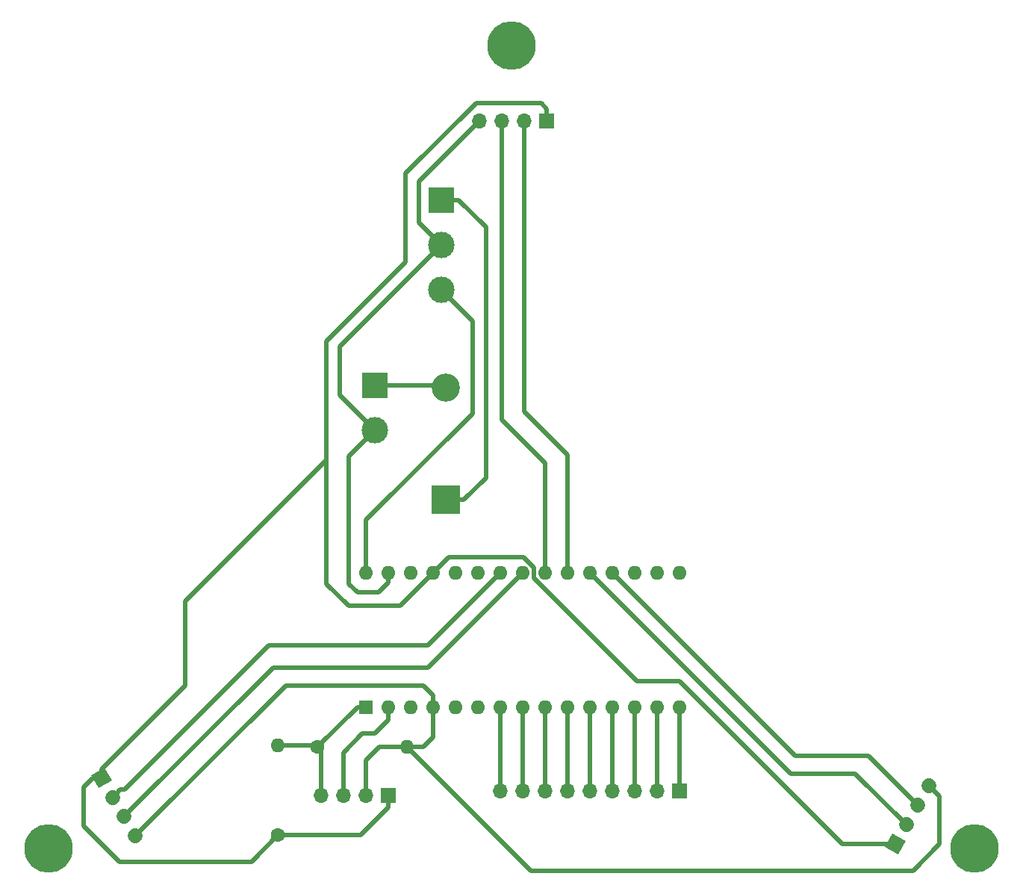
<source format=gbr>
G04 #@! TF.GenerationSoftware,KiCad,Pcbnew,5.1.5+dfsg1-2build2*
G04 #@! TF.CreationDate,2022-03-22T13:14:10-03:00*
G04 #@! TF.ProjectId,Robot3WD,526f626f-7433-4574-942e-6b696361645f,rev?*
G04 #@! TF.SameCoordinates,Original*
G04 #@! TF.FileFunction,Copper,L2,Bot*
G04 #@! TF.FilePolarity,Positive*
%FSLAX46Y46*%
G04 Gerber Fmt 4.6, Leading zero omitted, Abs format (unit mm)*
G04 Created by KiCad (PCBNEW 5.1.5+dfsg1-2build2) date 2022-03-22 13:14:10*
%MOMM*%
%LPD*%
G04 APERTURE LIST*
%ADD10R,3.200000X3.200000*%
%ADD11O,3.200000X3.200000*%
%ADD12R,1.600000X1.600000*%
%ADD13O,1.600000X1.600000*%
%ADD14R,3.000000X3.000000*%
%ADD15C,3.000000*%
%ADD16C,0.100000*%
%ADD17C,1.700000*%
%ADD18O,1.700000X1.700000*%
%ADD19R,1.700000X1.700000*%
%ADD20C,1.600000*%
%ADD21C,5.500000*%
%ADD22C,0.500000*%
G04 APERTURE END LIST*
D10*
X95000000Y-103500000D03*
D11*
X95000000Y-90800000D03*
D12*
X86000000Y-127000000D03*
D13*
X119020000Y-111760000D03*
X88540000Y-127000000D03*
X116480000Y-111760000D03*
X91080000Y-127000000D03*
X113940000Y-111760000D03*
X93620000Y-127000000D03*
X111400000Y-111760000D03*
X96160000Y-127000000D03*
X108860000Y-111760000D03*
X98700000Y-127000000D03*
X106320000Y-111760000D03*
X101240000Y-127000000D03*
X103780000Y-111760000D03*
X103780000Y-127000000D03*
X101240000Y-111760000D03*
X106320000Y-127000000D03*
X98700000Y-111760000D03*
X108860000Y-127000000D03*
X96160000Y-111760000D03*
X111400000Y-127000000D03*
X93620000Y-111760000D03*
X113940000Y-127000000D03*
X91080000Y-111760000D03*
X116480000Y-127000000D03*
X88540000Y-111760000D03*
X119020000Y-127000000D03*
X86000000Y-111760000D03*
X121560000Y-127000000D03*
X121560000Y-111760000D03*
D14*
X87000000Y-90500000D03*
D15*
X87000000Y-95580000D03*
G04 #@! TA.AperFunction,ComponentPad*
D16*
G36*
X55688878Y-136161122D02*
G01*
X54838878Y-134688878D01*
X56311122Y-133838878D01*
X57161122Y-135311122D01*
X55688878Y-136161122D01*
G37*
G04 #@! TD.AperFunction*
D17*
X57270000Y-137199705D02*
X57270000Y-137199705D01*
X58540000Y-139399409D02*
X58540000Y-139399409D01*
X59810000Y-141599114D02*
X59810000Y-141599114D01*
D18*
X98880000Y-60500000D03*
X101420000Y-60500000D03*
X103960000Y-60500000D03*
D19*
X106500000Y-60500000D03*
G04 #@! TA.AperFunction,ComponentPad*
D16*
G36*
X147161122Y-142188878D02*
G01*
X146311122Y-143661122D01*
X144838878Y-142811122D01*
X145688878Y-141338878D01*
X147161122Y-142188878D01*
G37*
G04 #@! TD.AperFunction*
D17*
X147270000Y-140300295D02*
X147270000Y-140300295D01*
X148540000Y-138100591D02*
X148540000Y-138100591D01*
X149810000Y-135900886D02*
X149810000Y-135900886D01*
D19*
X121500000Y-136500000D03*
D18*
X118960000Y-136500000D03*
X116420000Y-136500000D03*
X113880000Y-136500000D03*
X111340000Y-136500000D03*
X108800000Y-136500000D03*
X106260000Y-136500000D03*
X103720000Y-136500000D03*
X101180000Y-136500000D03*
D19*
X88500000Y-137000000D03*
D18*
X85960000Y-137000000D03*
X83420000Y-137000000D03*
X80880000Y-137000000D03*
D20*
X76000000Y-141500000D03*
D13*
X76000000Y-131340000D03*
X90660000Y-131500000D03*
D20*
X80500000Y-131500000D03*
D14*
X94500000Y-69500000D03*
D15*
X94500000Y-74580000D03*
X94500000Y-79660000D03*
D21*
X102500000Y-52000000D03*
X50000000Y-143000000D03*
X155000000Y-143000000D03*
D22*
X86000000Y-105770000D02*
X86000000Y-111760000D01*
X98044000Y-93726000D02*
X86000000Y-105770000D01*
X98044000Y-83204000D02*
X98044000Y-93726000D01*
X94500000Y-79660000D02*
X98044000Y-83204000D01*
X87000000Y-90500000D02*
X94700000Y-90500000D01*
X94700000Y-90500000D02*
X95000000Y-90800000D01*
X83000000Y-91580000D02*
X87000000Y-95580000D01*
X83000000Y-86080000D02*
X83000000Y-91580000D01*
X83000000Y-86080000D02*
X94500000Y-74580000D01*
X94500000Y-74580000D02*
X92000000Y-72080000D01*
X92000000Y-67380000D02*
X98880000Y-60500000D01*
X92000000Y-72080000D02*
X92000000Y-67380000D01*
X148000000Y-145500000D02*
X151000000Y-142500000D01*
X151000000Y-137090886D02*
X149810000Y-135900886D01*
X151000000Y-142500000D02*
X151000000Y-137090886D01*
X88540000Y-112891370D02*
X87431370Y-114000000D01*
X88540000Y-111760000D02*
X88540000Y-112891370D01*
X87431370Y-114000000D02*
X85000000Y-114000000D01*
X85000000Y-114000000D02*
X84000000Y-113000000D01*
X84000000Y-98580000D02*
X87000000Y-95580000D01*
X84000000Y-113000000D02*
X84000000Y-98580000D01*
X85960000Y-137000000D02*
X85960000Y-133040000D01*
X87500000Y-131500000D02*
X90660000Y-131500000D01*
X85960000Y-133040000D02*
X87500000Y-131500000D01*
X90660000Y-131500000D02*
X92500000Y-131500000D01*
X93620000Y-130380000D02*
X93620000Y-127000000D01*
X92500000Y-131500000D02*
X93620000Y-130380000D01*
X93620000Y-127000000D02*
X93620000Y-125620000D01*
X93620000Y-125620000D02*
X92500000Y-124500000D01*
X76909114Y-124500000D02*
X59810000Y-141599114D01*
X92500000Y-124500000D02*
X76909114Y-124500000D01*
X104660000Y-145500000D02*
X90660000Y-131500000D01*
X148000000Y-145500000D02*
X104660000Y-145500000D01*
X56000000Y-134018505D02*
X65500000Y-124518505D01*
X56000000Y-135000000D02*
X56000000Y-134018505D01*
X65500000Y-115000000D02*
X81500000Y-99000000D01*
X65500000Y-124518505D02*
X65500000Y-115000000D01*
X140000000Y-142500000D02*
X146000000Y-142500000D01*
X121500000Y-124000000D02*
X140000000Y-142500000D01*
X116709998Y-124000000D02*
X121500000Y-124000000D01*
X105030001Y-112320003D02*
X116709998Y-124000000D01*
X105030001Y-111159999D02*
X105030001Y-112320003D01*
X95380000Y-110000000D02*
X103870002Y-110000000D01*
X103870002Y-110000000D02*
X105030001Y-111159999D01*
X93620000Y-111760000D02*
X95380000Y-110000000D01*
X65500000Y-124518505D02*
X65500000Y-124500000D01*
X55018505Y-135000000D02*
X54000000Y-136018505D01*
X56000000Y-135000000D02*
X55018505Y-135000000D01*
X54000000Y-136018505D02*
X54000000Y-140500000D01*
X54000000Y-140500000D02*
X58000000Y-144500000D01*
X73000000Y-144500000D02*
X76000000Y-141500000D01*
X58000000Y-144500000D02*
X73000000Y-144500000D01*
X88500000Y-138350000D02*
X88500000Y-137000000D01*
X85350000Y-141500000D02*
X88500000Y-138350000D01*
X76000000Y-141500000D02*
X85350000Y-141500000D01*
X93620000Y-111760000D02*
X89880000Y-115500000D01*
X89880000Y-115500000D02*
X84000000Y-115500000D01*
X81500000Y-113000000D02*
X81500000Y-99000000D01*
X84000000Y-115500000D02*
X81500000Y-113000000D01*
X81500000Y-85500000D02*
X81500000Y-99000000D01*
X90500000Y-76500000D02*
X81500000Y-85500000D01*
X90500000Y-66500000D02*
X90500000Y-76500000D01*
X98500000Y-58500000D02*
X90500000Y-66500000D01*
X106500000Y-59150000D02*
X105850000Y-58500000D01*
X105850000Y-58500000D02*
X98500000Y-58500000D01*
X106500000Y-60500000D02*
X106500000Y-59150000D01*
X58119999Y-136349706D02*
X58650294Y-136349706D01*
X57270000Y-137199705D02*
X58119999Y-136349706D01*
X58650294Y-136349706D02*
X75000000Y-120000000D01*
X93000000Y-120000000D02*
X101240000Y-111760000D01*
X75000000Y-120000000D02*
X93000000Y-120000000D01*
X58540000Y-139399409D02*
X75439409Y-122500000D01*
X93040000Y-122500000D02*
X103780000Y-111760000D01*
X75439409Y-122500000D02*
X93040000Y-122500000D01*
X101420000Y-60500000D02*
X101420000Y-94420000D01*
X106320000Y-99320000D02*
X106320000Y-111760000D01*
X101420000Y-94420000D02*
X106320000Y-99320000D01*
X103960000Y-60500000D02*
X103960000Y-93460000D01*
X108860000Y-98360000D02*
X108860000Y-111760000D01*
X103960000Y-93460000D02*
X108860000Y-98360000D01*
X111400000Y-111760000D02*
X134140000Y-134500000D01*
X141469705Y-134500000D02*
X147270000Y-140300295D01*
X134140000Y-134500000D02*
X141469705Y-134500000D01*
X148540000Y-138100591D02*
X142939409Y-132500000D01*
X134680000Y-132500000D02*
X113940000Y-111760000D01*
X142939409Y-132500000D02*
X134680000Y-132500000D01*
X80340000Y-131340000D02*
X80500000Y-131500000D01*
X76000000Y-131340000D02*
X80340000Y-131340000D01*
X80880000Y-131880000D02*
X80500000Y-131500000D01*
X80880000Y-137000000D02*
X80880000Y-131880000D01*
X85000000Y-127000000D02*
X86000000Y-127000000D01*
X80500000Y-131500000D02*
X85000000Y-127000000D01*
X83420000Y-132120000D02*
X85540000Y-130000000D01*
X83420000Y-137000000D02*
X83420000Y-132120000D01*
X85540000Y-130000000D02*
X87000000Y-130000000D01*
X88540000Y-128460000D02*
X88540000Y-127000000D01*
X87000000Y-130000000D02*
X88540000Y-128460000D01*
X121560000Y-136440000D02*
X121500000Y-136500000D01*
X121560000Y-127000000D02*
X121560000Y-136440000D01*
X119020000Y-136440000D02*
X118960000Y-136500000D01*
X119020000Y-127000000D02*
X119020000Y-136440000D01*
X116480000Y-136440000D02*
X116420000Y-136500000D01*
X116480000Y-127000000D02*
X116480000Y-136440000D01*
X113940000Y-136440000D02*
X113880000Y-136500000D01*
X113940000Y-127000000D02*
X113940000Y-136440000D01*
X111400000Y-136440000D02*
X111340000Y-136500000D01*
X111400000Y-127000000D02*
X111400000Y-136440000D01*
X108860000Y-136440000D02*
X108800000Y-136500000D01*
X108860000Y-127000000D02*
X108860000Y-136440000D01*
X106320000Y-136440000D02*
X106260000Y-136500000D01*
X106320000Y-127000000D02*
X106320000Y-136440000D01*
X103780000Y-136440000D02*
X103720000Y-136500000D01*
X103780000Y-127000000D02*
X103780000Y-136440000D01*
X101240000Y-136440000D02*
X101180000Y-136500000D01*
X101240000Y-127000000D02*
X101240000Y-136440000D01*
X99568000Y-72568000D02*
X99568000Y-101032000D01*
X96500000Y-69500000D02*
X99568000Y-72568000D01*
X94500000Y-69500000D02*
X96500000Y-69500000D01*
X97100000Y-103500000D02*
X95000000Y-103500000D01*
X99568000Y-101032000D02*
X97100000Y-103500000D01*
M02*

</source>
